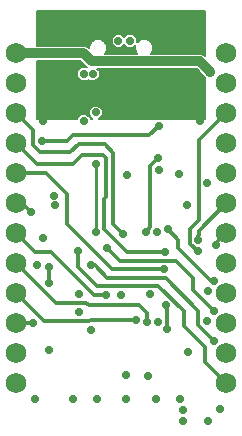
<source format=gbl>
G75*
%MOIN*%
%OFA0B0*%
%FSLAX24Y24*%
%IPPOS*%
%LPD*%
%AMOC8*
5,1,8,0,0,1.08239X$1,22.5*
%
%ADD10C,0.0433*%
%ADD11C,0.0690*%
%ADD12C,0.0278*%
%ADD13C,0.0060*%
%ADD14C,0.0280*%
%ADD15C,0.0120*%
%ADD16C,0.0320*%
%ADD17C,0.0360*%
%ADD18C,0.0100*%
D10*
X003894Y013617D02*
X003894Y014050D01*
X006079Y014050D02*
X006079Y013617D01*
D11*
X001487Y001833D03*
X001487Y002833D03*
X001487Y003833D03*
X001487Y004833D03*
X001487Y005833D03*
X001487Y006833D03*
X001487Y007833D03*
X001487Y008833D03*
X001487Y009833D03*
X001487Y010833D03*
X001487Y011833D03*
X001487Y012833D03*
X008487Y012833D03*
X008487Y011833D03*
X008487Y010833D03*
X008487Y009833D03*
X008487Y008833D03*
X008487Y007833D03*
X008487Y006833D03*
X008487Y005833D03*
X008487Y004833D03*
X008487Y003833D03*
X008487Y002833D03*
X008487Y001833D03*
D12*
X008297Y000953D03*
X007897Y000553D03*
X007047Y000553D03*
X007047Y000923D03*
X006957Y001293D03*
X006157Y001293D03*
X005867Y002083D03*
X005137Y002093D03*
X005147Y001293D03*
X004187Y001293D03*
X003367Y001293D03*
X002127Y001293D03*
X002577Y002923D03*
X003577Y004203D03*
X004997Y004783D03*
X005947Y004793D03*
X007867Y004903D03*
X007857Y003893D03*
X007217Y002853D03*
X002367Y006653D03*
X002167Y005753D03*
X002767Y007753D03*
X002757Y008083D03*
X005187Y008763D03*
X006247Y008933D03*
X007167Y007753D03*
D13*
X007774Y010633D02*
X006342Y010633D01*
X006332Y010643D01*
X006141Y010643D01*
X006131Y010633D01*
X004242Y010633D01*
X004367Y010758D01*
X004367Y010948D01*
X004232Y011083D01*
X004041Y011083D01*
X003907Y010948D01*
X003907Y010758D01*
X004031Y010633D01*
X003967Y010633D01*
X003967Y010668D01*
X003832Y010803D01*
X003641Y010803D01*
X003507Y010668D01*
X003507Y010633D01*
X002199Y010633D01*
X002199Y012583D01*
X003623Y012583D01*
X003795Y012411D01*
X003843Y012363D01*
X003661Y012363D01*
X003527Y012228D01*
X003527Y012038D01*
X003661Y011903D01*
X003852Y011903D01*
X003897Y011948D01*
X003941Y011903D01*
X004132Y011903D01*
X004267Y012038D01*
X004267Y012228D01*
X004192Y012303D01*
X007503Y012303D01*
X007698Y012108D01*
X007718Y012060D01*
X007774Y012004D01*
X007774Y010633D01*
X007774Y010688D02*
X004296Y010688D01*
X004355Y010746D02*
X007774Y010746D01*
X007774Y010805D02*
X004367Y010805D01*
X004367Y010863D02*
X007774Y010863D01*
X007774Y010922D02*
X004367Y010922D01*
X004335Y010980D02*
X007774Y010980D01*
X007774Y011039D02*
X004276Y011039D01*
X003997Y011039D02*
X002199Y011039D01*
X002199Y011097D02*
X007774Y011097D01*
X007774Y011156D02*
X002199Y011156D01*
X002199Y011214D02*
X007774Y011214D01*
X007774Y011273D02*
X002199Y011273D01*
X002199Y011331D02*
X007774Y011331D01*
X007774Y011390D02*
X002199Y011390D01*
X002199Y011448D02*
X007774Y011448D01*
X007774Y011507D02*
X002199Y011507D01*
X002199Y011565D02*
X007774Y011565D01*
X007774Y011624D02*
X002199Y011624D01*
X002199Y011682D02*
X007774Y011682D01*
X007774Y011741D02*
X002199Y011741D01*
X002199Y011799D02*
X007774Y011799D01*
X007774Y011858D02*
X002199Y011858D01*
X002199Y011916D02*
X003648Y011916D01*
X003590Y011975D02*
X002199Y011975D01*
X002199Y012033D02*
X003531Y012033D01*
X003527Y012092D02*
X002199Y012092D01*
X002199Y012150D02*
X003527Y012150D01*
X003527Y012209D02*
X002199Y012209D01*
X002199Y012267D02*
X003565Y012267D01*
X003624Y012326D02*
X002199Y012326D01*
X002199Y012384D02*
X003822Y012384D01*
X003764Y012443D02*
X002199Y012443D01*
X002199Y012501D02*
X003705Y012501D01*
X003647Y012560D02*
X002199Y012560D01*
X002199Y013083D02*
X002199Y014223D01*
X007774Y014223D01*
X007774Y012739D01*
X007748Y012765D01*
X007656Y012803D01*
X005974Y012803D01*
X005974Y012803D01*
X005996Y012830D01*
X006000Y012831D01*
X006004Y012839D01*
X006010Y012847D01*
X006010Y012850D01*
X006026Y012881D01*
X006029Y012882D01*
X006032Y012891D01*
X006037Y012900D01*
X006036Y012903D01*
X006046Y012936D01*
X006049Y012938D01*
X006050Y012947D01*
X006053Y012956D01*
X006051Y012959D01*
X006055Y012994D01*
X006057Y012996D01*
X006056Y013006D01*
X006057Y013015D01*
X006055Y013018D01*
X006052Y013053D01*
X006054Y013056D01*
X006051Y013065D01*
X006050Y013074D01*
X006048Y013076D01*
X006038Y013110D01*
X006039Y013113D01*
X006035Y013121D01*
X006032Y013130D01*
X006029Y013132D01*
X006013Y013163D01*
X006013Y013166D01*
X006008Y013173D01*
X006003Y013182D01*
X006000Y013183D01*
X005978Y013210D01*
X005978Y013213D01*
X005970Y013219D01*
X005965Y013227D01*
X005961Y013227D01*
X005934Y013249D01*
X005933Y013252D01*
X005925Y013257D01*
X005918Y013263D01*
X005915Y013263D01*
X005884Y013279D01*
X005882Y013282D01*
X005873Y013285D01*
X005865Y013289D01*
X005862Y013289D01*
X005828Y013299D01*
X005826Y013301D01*
X005817Y013302D01*
X005808Y013305D01*
X005805Y013303D01*
X005772Y013307D01*
X005771Y013308D01*
X005765Y013308D01*
X005764Y013309D01*
X005756Y013308D01*
X005749Y013309D01*
X005748Y013308D01*
X005742Y013308D01*
X005741Y013307D01*
X005708Y013303D01*
X005705Y013305D01*
X005696Y013302D01*
X005686Y013301D01*
X005684Y013299D01*
X005650Y013289D01*
X005647Y013290D01*
X005639Y013285D01*
X005630Y013282D01*
X005628Y013279D01*
X005597Y013263D01*
X005594Y013263D01*
X005587Y013257D01*
X005578Y013253D01*
X005577Y013250D01*
X005550Y013227D01*
X005547Y013227D01*
X005541Y013220D01*
X005534Y013214D01*
X005533Y013210D01*
X005517Y013190D01*
X005517Y013338D01*
X005382Y013473D01*
X005191Y013473D01*
X005092Y013373D01*
X004992Y013473D01*
X004801Y013473D01*
X004667Y013338D01*
X004667Y013148D01*
X004801Y013013D01*
X004992Y013013D01*
X005092Y013113D01*
X005191Y013013D01*
X005382Y013013D01*
X005469Y013100D01*
X005462Y013077D01*
X005459Y013075D01*
X005458Y013065D01*
X005456Y013056D01*
X005457Y013053D01*
X005454Y013019D01*
X005452Y013016D01*
X005453Y013006D01*
X005452Y012997D01*
X005454Y012994D01*
X005457Y012959D01*
X005455Y012957D01*
X005458Y012947D01*
X005458Y012938D01*
X005461Y012936D01*
X005471Y012902D01*
X005470Y012899D01*
X005474Y012890D01*
X005477Y012881D01*
X005480Y012880D01*
X005497Y012848D01*
X005496Y012845D01*
X005502Y012838D01*
X005507Y012829D01*
X005510Y012828D01*
X005531Y012803D01*
X004439Y012803D01*
X004439Y012803D01*
X004461Y012830D01*
X004464Y012831D01*
X004469Y012839D01*
X004475Y012847D01*
X004474Y012850D01*
X004491Y012881D01*
X004494Y012882D01*
X004497Y012891D01*
X004501Y012900D01*
X004500Y012903D01*
X004511Y012936D01*
X004513Y012938D01*
X004514Y012947D01*
X004517Y012956D01*
X004516Y012959D01*
X004519Y012994D01*
X004522Y012996D01*
X004521Y013006D01*
X004522Y013015D01*
X004520Y013018D01*
X004517Y013053D01*
X004518Y013056D01*
X004516Y013065D01*
X004515Y013074D01*
X004512Y013076D01*
X004503Y013110D01*
X004504Y013113D01*
X004499Y013121D01*
X004497Y013130D01*
X004494Y013132D01*
X004478Y013163D01*
X004478Y013166D01*
X004472Y013173D01*
X004468Y013182D01*
X004465Y013183D01*
X004443Y013210D01*
X004442Y013213D01*
X004435Y013219D01*
X004429Y013227D01*
X004426Y013227D01*
X004399Y013249D01*
X004398Y013252D01*
X004390Y013257D01*
X004382Y013263D01*
X004379Y013263D01*
X004348Y013279D01*
X004347Y013282D01*
X004338Y013285D01*
X004330Y013289D01*
X004326Y013289D01*
X004293Y013299D01*
X004291Y013301D01*
X004282Y013302D01*
X004273Y013305D01*
X004270Y013303D01*
X004237Y013307D01*
X004235Y013308D01*
X004230Y013308D01*
X004228Y013309D01*
X004221Y013308D01*
X004213Y013309D01*
X004212Y013308D01*
X004207Y013308D01*
X004205Y013307D01*
X004172Y013303D01*
X004169Y013305D01*
X004160Y013302D01*
X004151Y013301D01*
X004149Y013299D01*
X004115Y013289D01*
X004112Y013290D01*
X004103Y013285D01*
X004094Y013282D01*
X004093Y013279D01*
X004062Y013263D01*
X004059Y013263D01*
X004051Y013257D01*
X004043Y013253D01*
X004042Y013250D01*
X004015Y013227D01*
X004012Y013227D01*
X004006Y013220D01*
X003998Y013214D01*
X003998Y013210D01*
X003976Y013183D01*
X003972Y013182D01*
X003968Y013174D01*
X003962Y013167D01*
X003962Y013163D01*
X003946Y013132D01*
X003943Y013131D01*
X003940Y013122D01*
X003936Y013113D01*
X003937Y013110D01*
X003926Y013077D01*
X003924Y013075D01*
X003923Y013065D01*
X003920Y013056D01*
X003922Y013053D01*
X003918Y013019D01*
X003916Y013016D01*
X003917Y013006D01*
X003916Y012997D01*
X003868Y013045D01*
X003776Y013083D01*
X002199Y013083D01*
X002199Y013086D02*
X003929Y013086D01*
X003919Y013028D02*
X003886Y013028D01*
X003952Y013145D02*
X002199Y013145D01*
X002199Y013203D02*
X003992Y013203D01*
X004057Y013262D02*
X002199Y013262D01*
X002199Y013320D02*
X004667Y013320D01*
X004667Y013262D02*
X004384Y013262D01*
X004448Y013203D02*
X004667Y013203D01*
X004670Y013145D02*
X004487Y013145D01*
X004510Y013086D02*
X004728Y013086D01*
X004787Y013028D02*
X004519Y013028D01*
X004517Y012969D02*
X005456Y012969D01*
X005455Y013028D02*
X005396Y013028D01*
X005455Y013086D02*
X005465Y013086D01*
X005517Y013203D02*
X005527Y013203D01*
X005517Y013262D02*
X005592Y013262D01*
X005517Y013320D02*
X007774Y013320D01*
X007774Y013262D02*
X005920Y013262D01*
X005984Y013203D02*
X007774Y013203D01*
X007774Y013145D02*
X006023Y013145D01*
X006045Y013086D02*
X007774Y013086D01*
X007774Y013028D02*
X006054Y013028D01*
X006052Y012969D02*
X007774Y012969D01*
X007774Y012911D02*
X006038Y012911D01*
X006011Y012852D02*
X007774Y012852D01*
X007774Y012794D02*
X007679Y012794D01*
X007774Y013379D02*
X005476Y013379D01*
X005418Y013437D02*
X007774Y013437D01*
X007774Y013496D02*
X002199Y013496D01*
X002199Y013554D02*
X007774Y013554D01*
X007774Y013613D02*
X002199Y013613D01*
X002199Y013671D02*
X007774Y013671D01*
X007774Y013730D02*
X002199Y013730D01*
X002199Y013788D02*
X007774Y013788D01*
X007774Y013847D02*
X002199Y013847D01*
X002199Y013905D02*
X007774Y013905D01*
X007774Y013964D02*
X002199Y013964D01*
X002199Y014022D02*
X007774Y014022D01*
X007774Y014081D02*
X002199Y014081D01*
X002199Y014139D02*
X007774Y014139D01*
X007774Y014198D02*
X002199Y014198D01*
X002199Y013437D02*
X004765Y013437D01*
X004707Y013379D02*
X002199Y013379D01*
X003865Y011916D02*
X003928Y011916D01*
X004145Y011916D02*
X007774Y011916D01*
X007774Y011975D02*
X004203Y011975D01*
X004262Y012033D02*
X007745Y012033D01*
X007705Y012092D02*
X004267Y012092D01*
X004267Y012150D02*
X007656Y012150D01*
X007598Y012209D02*
X004267Y012209D01*
X004228Y012267D02*
X007539Y012267D01*
X005495Y012852D02*
X004475Y012852D01*
X004503Y012911D02*
X005468Y012911D01*
X005177Y013028D02*
X005006Y013028D01*
X005065Y013086D02*
X005118Y013086D01*
X005097Y013379D02*
X005086Y013379D01*
X005028Y013437D02*
X005155Y013437D01*
X003938Y010980D02*
X002199Y010980D01*
X002199Y010922D02*
X003907Y010922D01*
X003907Y010863D02*
X002199Y010863D01*
X002199Y010805D02*
X003907Y010805D01*
X003918Y010746D02*
X003889Y010746D01*
X003947Y010688D02*
X003977Y010688D01*
X003584Y010746D02*
X002199Y010746D01*
X002199Y010688D02*
X003526Y010688D01*
D14*
X003737Y010573D03*
X004137Y010853D03*
X004037Y012133D03*
X003757Y012133D03*
X003597Y012433D03*
X004897Y013243D03*
X005287Y013243D03*
X006697Y012153D03*
X005697Y011763D03*
X006297Y010973D03*
X005857Y010903D03*
X006237Y010413D03*
X006727Y011043D03*
X007617Y010573D03*
X006217Y009323D03*
X006907Y008813D03*
X007856Y008485D03*
X006537Y006983D03*
X006187Y006873D03*
X005827Y006873D03*
X005057Y006793D03*
X004527Y006333D03*
X004137Y006873D03*
X003537Y006243D03*
X003977Y005753D03*
X003567Y004803D03*
X004497Y004773D03*
X005477Y003923D03*
X005857Y003883D03*
X006227Y003863D03*
X006527Y003623D03*
X006487Y004433D03*
X006407Y005633D03*
X006437Y006203D03*
X007547Y006223D03*
X007557Y006603D03*
X008137Y006433D03*
X008097Y005223D03*
X008097Y004223D03*
X008097Y003223D03*
X003997Y003603D03*
X002057Y003833D03*
X002567Y005153D03*
X002567Y005693D03*
X001987Y007533D03*
X004147Y009143D03*
X002347Y009893D03*
X002377Y010573D03*
X002617Y011063D03*
D15*
X002037Y010283D02*
X002037Y009753D01*
X002277Y009533D01*
X003287Y009533D01*
X003577Y009793D01*
X004437Y009793D01*
X004717Y009513D01*
X004717Y007123D01*
X005057Y006793D01*
X005197Y006203D02*
X004427Y006973D01*
X004427Y007973D01*
X004487Y008033D01*
X004487Y009333D01*
X004387Y009433D01*
X003687Y009433D01*
X003387Y009133D01*
X002187Y009133D01*
X001887Y009433D01*
X001487Y009833D01*
X002037Y010283D02*
X001487Y010833D01*
X002347Y009893D02*
X003167Y009893D01*
X003377Y010103D01*
X005927Y010103D01*
X006237Y010413D01*
X006217Y009323D02*
X005957Y009063D01*
X005957Y007023D01*
X005827Y006873D01*
X006537Y006983D02*
X006897Y006613D01*
X006897Y006323D01*
X007997Y005223D01*
X008097Y005223D01*
X007387Y005333D02*
X007387Y004933D01*
X008097Y004223D01*
X007537Y004243D02*
X007537Y003773D01*
X008097Y003223D01*
X007787Y003033D02*
X007087Y003733D01*
X007087Y004223D01*
X006227Y005073D01*
X004167Y005073D01*
X003537Y005713D01*
X003537Y006243D01*
X003977Y005753D02*
X004107Y005753D01*
X004527Y005333D01*
X006467Y005333D01*
X007537Y004243D01*
X006527Y004393D02*
X006527Y003623D01*
X005857Y003883D02*
X005857Y004153D01*
X005587Y004423D01*
X003907Y004423D01*
X003827Y004503D01*
X002817Y004503D01*
X001487Y005833D01*
X002127Y006193D02*
X001487Y006833D01*
X002127Y006193D02*
X002647Y006193D01*
X004067Y004773D01*
X004497Y004773D01*
X005477Y003923D02*
X002407Y003913D01*
X001487Y004833D01*
X002567Y005153D02*
X002567Y005693D01*
X003187Y007133D02*
X003187Y008133D01*
X002487Y008833D01*
X001487Y008833D01*
X001487Y007833D02*
X001687Y007833D01*
X001987Y007533D01*
X003187Y007133D02*
X004687Y005633D01*
X006407Y005633D01*
X006807Y005913D02*
X004957Y005913D01*
X004527Y006333D01*
X005197Y006203D02*
X006437Y006203D01*
X006807Y005913D02*
X007387Y005333D01*
X007547Y006223D02*
X007537Y006243D01*
X007267Y006453D01*
X007267Y006963D01*
X007587Y007273D01*
X007587Y009933D01*
X008487Y010833D01*
X008487Y007833D02*
X007567Y006913D01*
X007557Y006603D01*
X008137Y006433D02*
X008207Y006553D01*
X008487Y006833D01*
X006487Y004433D02*
X006527Y004393D01*
X007787Y003033D02*
X007787Y002533D01*
X008487Y001833D01*
X002057Y003833D02*
X001487Y003833D01*
D16*
X007947Y012213D02*
X007607Y012553D01*
X004007Y012553D01*
X003727Y012833D01*
X001487Y012833D01*
D17*
X007947Y012213D03*
D18*
X004147Y009143D02*
X004137Y006873D01*
M02*

</source>
